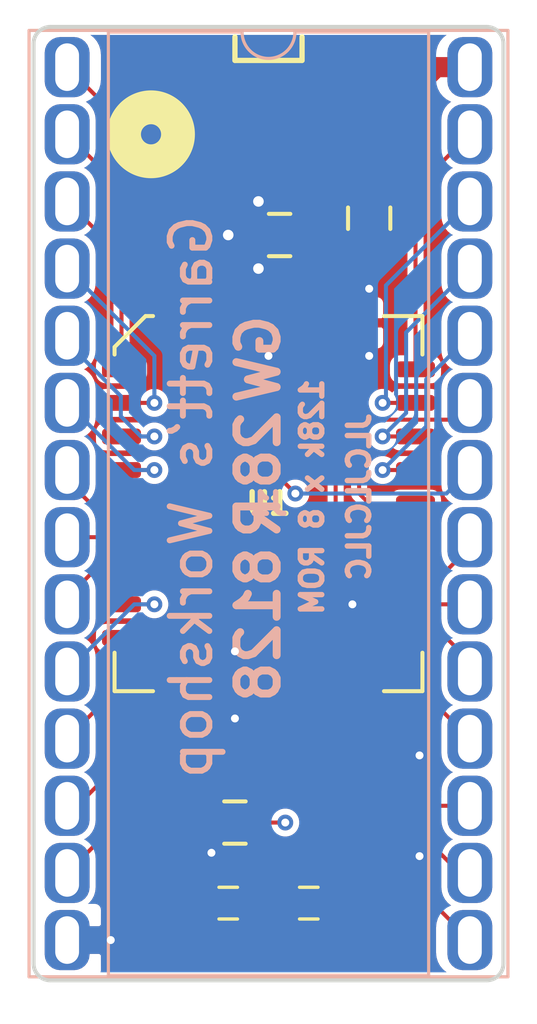
<source format=kicad_pcb>
(kicad_pcb (version 20221018) (generator pcbnew)
  (layers (0 "F.Cu" signal) (31 "B.Cu" signal) (34 "B.Paste" user) (35 "F.Paste" user) (36 "B.SilkS" user "B.Silkscreen") (37 "F.SilkS" user "F.Silkscreen") (38 "B.Mask" user) (39 "F.Mask" user) (44 "Edge.Cuts" user))
  (net 0 "")
  (net 1 "+5V")
  (net 2 "GND")
  (net 3 "/A4")
  (net 4 "/D7")
  (net 5 "/D6")
  (net 6 "/A8")
  (net 7 "/A7")
  (net 8 "/A6")
  (net 9 "/A5")
  (net 10 "/A3")
  (net 11 "/A2")
  (net 12 "/A1")
  (net 13 "/A0")
  (net 14 "/A9")
  (net 15 "/D1")
  (net 16 "/D5")
  (net 17 "/D0")
  (net 18 "/D2")
  (net 19 "/D3")
  (net 20 "/D4")
  (net 21 "/A10")
  (net 22 "/A11")
  (net 23 "/A12")
  (net 24 "/A13")
  (net 25 "/A14")
  (net 26 "/A15")
  (net 27 "/~{OE}")
  (net 28 "/A16")
  (net 29 "/~{CS}")
  (net 30 "/~{WE}")
  (footprint "stdpads:PLCC-32" (layer "F.Cu") (at 48.26 36.83)
    (fp_text reference "U1" (at 0 0) (layer "F.SilkS") (effects (font (size 0.8128 0.8128) (thickness 0.2032))))
    (fp_text value "39SF010")
    (fp_line (start -5.825 -5.922782) (end -5.825 -5.64) (stroke (width 0.1524)) (layer "F.SilkS"))
    (fp_line (start -5.825 7.095) (end -5.825 5.64) (stroke (width 0.1524)) (layer "F.SilkS"))
    (fp_line (start -4.652782 -7.095) (end -5.825 -5.922782) (stroke (width 0.1524)) (layer "F.SilkS"))
    (fp_line (start -4.37 -7.095) (end -4.652782 -7.095) (stroke (width 0.1524)) (layer "F.SilkS"))
    (fp_line (start -4.37 7.095) (end -5.825 7.095) (stroke (width 0.1524)) (layer "F.SilkS"))
    (fp_line (start 4.37 -7.095) (end 5.825 -7.095) (stroke (width 0.1524)) (layer "F.SilkS"))
    (fp_line (start 4.37 7.095) (end 5.825 7.095) (stroke (width 0.1524)) (layer "F.SilkS"))
    (fp_line (start 5.825 -7.095) (end 5.825 -5.64) (stroke (width 0.1524)) (layer "F.SilkS"))
    (fp_line (start 5.825 7.095) (end 5.825 5.64) (stroke (width 0.1524)) (layer "F.SilkS"))
    (pad "1" smd roundrect (at 0 -6.8375) (size 0.6 1.475) (layers "F.Cu" "F.Paste" "F.Mask") (net 2 "GND"))
    (pad "2" smd roundrect (at -1.27 -6.8375) (size 0.6 1.475) (layers "F.Cu" "F.Paste" "F.Mask") (net 28 "/A16"))
    (pad "3" smd roundrect (at -2.54 -6.8375) (size 0.6 1.475) (layers "F.Cu" "F.Paste" "F.Mask") (net 26 "/A15"))
    (pad "4" smd roundrect (at -3.81 -6.8375) (size 0.6 1.475) (layers "F.Cu" "F.Paste" "F.Mask") (net 23 "/A12"))
    (pad "5" smd roundrect (at -5.5625 -5.08) (size 1.475 0.6) (layers "F.Cu" "F.Paste" "F.Mask") (net 7 "/A7"))
    (pad "6" smd roundrect (at -5.5625 -3.81) (size 1.475 0.6) (layers "F.Cu" "F.Paste" "F.Mask") (net 8 "/A6"))
    (pad "7" smd roundrect (at -5.5625 -2.54) (size 1.475 0.6) (layers "F.Cu" "F.Paste" "F.Mask") (net 9 "/A5"))
    (pad "8" smd roundrect (at -5.5625 -1.27) (size 1.475 0.6) (layers "F.Cu" "F.Paste" "F.Mask") (net 3 "/A4"))
    (pad "9" smd roundrect (at -5.5625 0) (size 1.475 0.6) (layers "F.Cu" "F.Paste" "F.Mask") (net 10 "/A3"))
    (pad "10" smd roundrect (at -5.5625 1.27) (size 1.475 0.6) (layers "F.Cu" "F.Paste" "F.Mask") (net 11 "/A2"))
    (pad "11" smd roundrect (at -5.5625 2.54) (size 1.475 0.6) (layers "F.Cu" "F.Paste" "F.Mask") (net 12 "/A1"))
    (pad "12" smd roundrect (at -5.5625 3.81) (size 1.475 0.6) (layers "F.Cu" "F.Paste" "F.Mask") (net 13 "/A0"))
    (pad "13" smd roundrect (at -5.5625 5.08) (size 1.475 0.6) (layers "F.Cu" "F.Paste" "F.Mask") (net 17 "/D0"))
    (pad "14" smd roundrect (at -3.81 6.8375) (size 0.6 1.475) (layers "F.Cu" "F.Paste" "F.Mask") (net 15 "/D1"))
    (pad "15" smd roundrect (at -2.54 6.8375) (size 0.6 1.475) (layers "F.Cu" "F.Paste" "F.Mask") (net 18 "/D2"))
    (pad "16" smd roundrect (at -1.27 6.8375) (size 0.6 1.475) (layers "F.Cu" "F.Paste" "F.Mask") (net 2 "GND"))
    (pad "17" smd roundrect (at 0 6.8375) (size 0.6 1.475) (layers "F.Cu" "F.Paste" "F.Mask") (net 19 "/D3"))
    (pad "18" smd roundrect (at 1.27 6.8375) (size 0.6 1.475) (layers "F.Cu" "F.Paste" "F.Mask") (net 20 "/D4"))
    (pad "19" smd roundrect (at 2.54 6.8375) (size 0.6 1.475) (layers "F.Cu" "F.Paste" "F.Mask") (net 16 "/D5"))
    (pad "20" smd roundrect (at 3.81 6.8375) (size 0.6 1.475) (layers "F.Cu" "F.Paste" "F.Mask") (net 5 "/D6"))
    (pad "21" smd roundrect (at 5.5625 5.08) (size 1.475 0.6) (layers "F.Cu" "F.Paste" "F.Mask") (net 4 "/D7"))
    (pad "22" smd roundrect (at 5.5625 3.81) (size 1.475 0.6) (layers "F.Cu" "F.Paste" "F.Mask") (net 29 "/~{CS}"))
    (pad "23" smd roundrect (at 5.5625 2.54) (size 1.475 0.6) (layers "F.Cu" "F.Paste" "F.Mask") (net 21 "/A10"))
    (pad "24" smd roundrect (at 5.5625 1.27) (size 1.475 0.6) (layers "F.Cu" "F.Paste" "F.Mask") (net 27 "/~{OE}"))
    (pad "25" smd roundrect (at 5.5625 0) (size 1.475 0.6) (layers "F.Cu" "F.Paste" "F.Mask") (net 22 "/A11"))
    (pad "26" smd roundrect (at 5.5625 -1.27) (size 1.475 0.6) (layers "F.Cu" "F.Paste" "F.Mask") (net 14 "/A9"))
    (pad "27" smd roundrect (at 5.5625 -2.54) (size 1.475 0.6) (layers "F.Cu" "F.Paste" "F.Mask") (net 6 "/A8"))
    (pad "28" smd roundrect (at 5.5625 -3.81) (size 1.475 0.6) (layers "F.Cu" "F.Paste" "F.Mask") (net 24 "/A13"))
    (pad "29" smd roundrect (at 5.5625 -5.08) (size 1.475 0.6) (layers "F.Cu" "F.Paste" "F.Mask") (net 25 "/A14"))
    (pad "30" smd roundrect (at 3.81 -6.8375) (size 0.6 1.475) (layers "F.Cu" "F.Paste" "F.Mask") (net 2 "GND"))
    (pad "31" smd roundrect (at 2.54 -6.8375) (size 0.6 1.475) (layers "F.Cu" "F.Paste" "F.Mask") (net 30 "/~{WE}"))
    (pad "32" smd roundrect (at 1.27 -6.8375) (size 0.6 1.475) (layers "F.Cu" "F.Paste" "F.Mask") (net 1 "+5V"))
  )
  (footprint "stdpads:C_0805" (layer "F.Cu") (at 48.68 26.67 180)
    (fp_text reference "C1")
    (fp_text value "100n")
    (fp_line (start -0.4064 -0.8) (end 0.4064 -0.8) (stroke (width 0.1524)) (layer "F.SilkS"))
    (fp_line (start -0.4064 0.8) (end 0.4064 0.8) (stroke (width 0.1524)) (layer "F.SilkS"))
    (pad "1" smd roundrect (at -0.85 0 180) (size 1.05 1.4) (layers "F.Cu" "F.Paste" "F.Mask") (net 1 "+5V"))
    (pad "2" smd roundrect (at 0.85 0 180) (size 1.05 1.4) (layers "F.Cu" "F.Paste" "F.Mask") (net 2 "GND"))
  )
  (footprint "stdpads:R_0805" (layer "F.Cu") (at 46.99 48.895 180)
    (fp_text reference "R1")
    (fp_text value "22k")
    (fp_line (start -0.4064 -0.8) (end 0.4064 -0.8) (stroke (width 0.1524)) (layer "F.SilkS"))
    (fp_line (start -0.4064 0.8) (end 0.4064 0.8) (stroke (width 0.1524)) (layer "F.SilkS"))
    (pad "1" smd roundrect (at -0.95 0 180) (size 0.85 1.4) (layers "F.Cu" "F.Paste" "F.Mask") (net 27 "/~{OE}"))
    (pad "2" smd roundrect (at 0.95 0 180) (size 0.85 1.4) (layers "F.Cu" "F.Paste" "F.Mask") (net 2 "GND"))
  )
  (footprint "stdpads:R_0805" (layer "F.Cu") (at 52.07 26.035 -90)
    (fp_text reference "R2")
    (fp_text value "22k")
    (fp_line (start -0.4064 -0.8) (end 0.4064 -0.8) (stroke (width 0.1524)) (layer "F.SilkS"))
    (fp_line (start -0.4064 0.8) (end 0.4064 0.8) (stroke (width 0.1524)) (layer "F.SilkS"))
    (pad "1" smd roundrect (at -0.95 0 270) (size 0.85 1.4) (layers "F.Cu" "F.Paste" "F.Mask") (net 1 "+5V"))
    (pad "2" smd roundrect (at 0.95 0 270) (size 0.85 1.4) (layers "F.Cu" "F.Paste" "F.Mask") (net 30 "/~{WE}"))
  )
  (footprint "stdpads:DIP-28_W15.24mm_Socket_Inverse_Forked" (layer "F.Cu") (at 40.64 20.32)
    (fp_text reference "J1" hide)
    (fp_text value "Socket")
    (fp_text user "${REFERENCE}" (at 7.62 16.51) (layer "B.SilkS") (effects (font (size 0.8128 0.8128) (thickness 0.2032)) (justify mirror)))
    (fp_line (start -1.44 -1.39) (end -1.44 34.41) (stroke (width 0.12)) (layer "B.SilkS"))
    (fp_line (start -1.44 34.41) (end 16.68 34.41) (stroke (width 0.12)) (layer "B.SilkS"))
    (fp_line (start 1.56 -1.33) (end 1.56 34.35) (stroke (width 0.12)) (layer "B.SilkS"))
    (fp_line (start 1.56 34.35) (end 13.68 34.35) (stroke (width 0.12)) (layer "B.SilkS"))
    (fp_line (start 6.62 -1.33) (end 1.56 -1.33) (stroke (width 0.12)) (layer "B.SilkS"))
    (fp_line (start 13.68 -1.33) (end 8.62 -1.33) (stroke (width 0.12)) (layer "B.SilkS"))
    (fp_line (start 13.68 34.35) (end 13.68 -1.33) (stroke (width 0.12)) (layer "B.SilkS"))
    (fp_line (start 16.68 -1.39) (end -1.44 -1.39) (stroke (width 0.12)) (layer "B.SilkS"))
    (fp_line (start 16.68 34.41) (end 16.68 -1.39) (stroke (width 0.12)) (layer "B.SilkS"))
    (fp_arc (start 8.62 -1.33) (mid 7.62 -0.33) (end 6.62 -1.33) (stroke (width 0.12)) (layer "B.SilkS"))
    (pad "1" thru_hole roundrect (at 0 0) (size 1.7 2.28) (drill oval 0.9 1.8) (layers "*.Cu" "*.Mask") (roundrect_rratio 0.35) (net 26 "/A15"))
    (pad "2" thru_hole roundrect (at 0 2.54) (size 1.7 2.28) (drill oval 0.9 1.8) (layers "*.Cu" "*.Mask") (roundrect_rratio 0.35) (net 23 "/A12"))
    (pad "3" thru_hole roundrect (at 0 5.08) (size 1.7 2.28) (drill oval 0.9 1.8) (layers "*.Cu" "*.Mask") (roundrect_rratio 0.35) (net 7 "/A7"))
    (pad "4" thru_hole roundrect (at 0 7.62) (size 1.7 2.28) (drill oval 0.9 1.8) (layers "*.Cu" "*.Mask") (roundrect_rratio 0.35) (net 8 "/A6"))
    (pad "5" thru_hole roundrect (at 0 10.16) (size 1.7 2.28) (drill oval 0.9 1.8) (layers "*.Cu" "*.Mask") (roundrect_rratio 0.35) (net 9 "/A5"))
    (pad "6" thru_hole roundrect (at 0 12.7) (size 1.7 2.28) (drill oval 0.9 1.8) (layers "*.Cu" "*.Mask") (roundrect_rratio 0.35) (net 3 "/A4"))
    (pad "7" thru_hole roundrect (at 0 15.24) (size 1.7 2.28) (drill oval 0.9 1.8) (layers "*.Cu" "*.Mask") (roundrect_rratio 0.35) (net 10 "/A3"))
    (pad "8" thru_hole roundrect (at 0 17.78) (size 1.7 2.28) (drill oval 0.9 1.8) (layers "*.Cu" "*.Mask") (roundrect_rratio 0.35) (net 11 "/A2"))
    (pad "9" thru_hole roundrect (at 0 20.32) (size 1.7 2.28) (drill oval 0.9 1.8) (layers "*.Cu" "*.Mask") (roundrect_rratio 0.35) (net 12 "/A1"))
    (pad "10" thru_hole roundrect (at 0 22.86) (size 1.7 2.28) (drill oval 0.9 1.8) (layers "*.Cu" "*.Mask") (roundrect_rratio 0.35) (net 13 "/A0"))
    (pad "11" thru_hole roundrect (at 0 25.4) (size 1.7 2.28) (drill oval 0.9 1.8) (layers "*.Cu" "*.Mask") (roundrect_rratio 0.35) (net 17 "/D0"))
    (pad "12" thru_hole roundrect (at 0 27.94) (size 1.7 2.28) (drill oval 0.9 1.8) (layers "*.Cu" "*.Mask") (roundrect_rratio 0.35) (net 15 "/D1"))
    (pad "13" thru_hole roundrect (at 0 30.48) (size 1.7 2.28) (drill oval 0.9 1.8) (layers "*.Cu" "*.Mask") (roundrect_rratio 0.35) (net 18 "/D2"))
    (pad "14" thru_hole roundrect (at 0 33.02) (size 1.7 2.28) (drill oval 0.9 1.8) (layers "*.Cu" "*.Mask") (roundrect_rratio 0.35) (net 2 "GND"))
    (pad "15" thru_hole roundrect (at 15.24 33.02) (size 1.7 2.28) (drill oval 0.9 1.8) (layers "*.Cu" "*.Mask") (roundrect_rratio 0.35) (net 19 "/D3"))
    (pad "16" thru_hole roundrect (at 15.24 30.48) (size 1.7 2.28) (drill oval 0.9 1.8) (layers "*.Cu" "*.Mask") (roundrect_rratio 0.35) (net 20 "/D4"))
    (pad "17" thru_hole roundrect (at 15.24 27.94) (size 1.7 2.28) (drill oval 0.9 1.8) (layers "*.Cu" "*.Mask") (roundrect_rratio 0.35) (net 16 "/D5"))
    (pad "18" thru_hole roundrect (at 15.24 25.4) (size 1.7 2.28) (drill oval 0.9 1.8) (layers "*.Cu" "*.Mask") (roundrect_rratio 0.35) (net 5 "/D6"))
    (pad "19" thru_hole roundrect (at 15.24 22.86) (size 1.7 2.28) (drill oval 0.9 1.8) (layers "*.Cu" "*.Mask") (roundrect_rratio 0.35) (net 4 "/D7"))
    (pad "20" thru_hole roundrect (at 15.24 20.32) (size 1.7 2.28) (drill oval 0.9 1.8) (layers "*.Cu" "*.Mask") (roundrect_rratio 0.35) (net 29 "/~{CS}"))
    (pad "21" thru_hole roundrect (at 15.24 17.78) (size 1.7 2.28) (drill oval 0.9 1.8) (layers "*.Cu" "*.Mask") (roundrect_rratio 0.35) (net 21 "/A10"))
    (pad "22" thru_hole roundrect (at 15.24 15.24) (size 1.7 2.28) (drill oval 0.9 1.8) (layers "*.Cu" "*.Mask") (roundrect_rratio 0.35) (net 28 "/A16"))
    (pad "23" thru_hole roundrect (at 15.24 12.7) (size 1.7 2.28) (drill oval 0.9 1.8) (layers "*.Cu" "*.Mask") (roundrect_rratio 0.35) (net 22 "/A11"))
    (pad "24" thru_hole roundrect (at 15.24 10.16) (size 1.7 2.28) (drill oval 0.9 1.8) (layers "*.Cu" "*.Mask") (roundrect_rratio 0.35) (net 14 "/A9"))
    (pad "25" thru_hole roundrect (at 15.24 7.62) (size 1.7 2.28) (drill oval 0.9 1.8) (layers "*.Cu" "*.Mask") (roundrect_rratio 0.35) (net 6 "/A8"))
    (pad "26" thru_hole roundrect (at 15.24 5.08) (size 1.7 2.28) (drill oval 0.9 1.8) (layers "*.Cu" "*.Mask") (roundrect_rratio 0.35) (net 24 "/A13"))
    (pad "27" thru_hole roundrect (at 15.24 2.54) (size 1.7 2.28) (drill oval 0.9 1.8) (layers "*.Cu" "*.Mask") (roundrect_rratio 0.35) (net 25 "/A14"))
    (pad "28" thru_hole roundrect (at 15.24 0) (size 1.7 2.28) (drill oval 0.9 1.8) (layers "*.Cu" "*.Mask") (roundrect_rratio 0.35) (net 1 "+5V"))
  )
  (footprint "stdpads:Tyco_RCU_0603_Paste" (layer "F.Cu") (at 49.784 51.943)
    (fp_text reference "TP1")
    (fp_text value "~{OE}")
    (fp_line (start -0.35 -0.6) (end 0.35 -0.6) (stroke (width 0.127)) (layer "F.SilkS"))
    (fp_line (start 0.35 0.6) (end -0.35 0.6) (stroke (width 0.127)) (layer "F.SilkS"))
    (pad "1" smd roundrect (at 0 0) (size 1.7 0.9) (layers "F.Cu" "F.Paste" "F.Mask") (net 27 "/~{OE}"))
  )
  (footprint "stdpads:Tyco_RCU_0603_Paste" (layer "F.Cu") (at 46.736 51.943)
    (fp_text reference "TP2")
    (fp_text value "~{WE}")
    (fp_line (start -0.35 -0.6) (end 0.35 -0.6) (stroke (width 0.127)) (layer "F.SilkS"))
    (fp_line (start 0.35 0.6) (end -0.35 0.6) (stroke (width 0.127)) (layer "F.SilkS"))
    (pad "1" smd roundrect (at 0 0) (size 1.7 0.9) (layers "F.Cu" "F.Paste" "F.Mask") (net 30 "/~{WE}"))
  )
  (gr_line (start 46.99 20.066) (end 49.53 20.066) (stroke (width 0.2)) (layer "F.SilkS"))
  (gr_line (start 49.53 20.066) (end 49.53 19.177) (stroke (width 0.2)) (layer "F.SilkS"))
  (gr_line (start 46.99 19.177) (end 46.99 20.066) (stroke (width 0.2)) (layer "F.SilkS"))
  (gr_circle (center 43.815 22.86) (end 44.196 22.86) (stroke (width 1.28)) (fill none) (layer "F.SilkS"))
  (gr_arc (start 39.37 19.431) (mid 39.555987 18.981987) (end 40.005 18.796) (stroke (width 0.15)) (layer "Edge.Cuts"))
  (gr_line (start 39.37 54.229) (end 39.37 19.431) (stroke (width 0.15)) (layer "Edge.Cuts"))
  (gr_arc (start 56.515 18.796) (mid 56.964013 18.981987) (end 57.15 19.431) (stroke (width 0.15)) (layer "Edge.Cuts"))
  (gr_arc (start 57.15 54.229) (mid 56.964013 54.678013) (end 56.515 54.864) (stroke (width 0.15)) (layer "Edge.Cuts"))
  (gr_arc (start 40.005 54.864) (mid 39.555987 54.678013) (end 39.37 54.229) (stroke (width 0.15)) (layer "Edge.Cuts"))
  (gr_line (start 56.515 54.864) (end 40.005 54.864) (stroke (width 0.15)) (layer "Edge.Cuts"))
  (gr_line (start 40.005 18.796) (end 56.515 18.796) (stroke (width 0.15)) (layer "Edge.Cuts"))
  (gr_line (start 57.15 19.431) (end 57.15 54.229) (stroke (width 0.15)) (layer "Edge.Cuts"))
  (gr_text "Garrett’s Workshop" (at 45.339 36.576 90) (layer "B.SilkS") (effects (font (size 1.5 1.5) (thickness 0.225)) (justify mirror)))
  (gr_text "GW" (at 47.879 31.369 90) (layer "B.SilkS") (effects (font (size 1.524 1.524) (thickness 0.3)) (justify mirror)))
  (gr_text "28" (at 47.879 34.798 90) (layer "B.SilkS") (effects (font (size 1.524 1.524) (thickness 0.3)) (justify mirror)))
  (gr_text "R" (at 47.879 37.338 90) (layer "B.SilkS") (effects (font (size 1.524 1.524) (thickness 0.3)) (justify mirror)))
  (gr_text "8128" (at 47.879 41.402 90) (layer "B.SilkS") (effects (font (size 1.524 1.524) (thickness 0.3)) (justify mirror)))
  (gr_text "128k x 8 ROM" (at 49.911 36.576 90) (layer "B.SilkS") (effects (font (size 0.8128 0.8128) (thickness 0.2032)) (justify mirror)))
  (gr_text "JLCJLCJLC" (at 51.689 36.576 90) (layer "B.SilkS") (effects (font (size 0.8128 0.8128) (thickness 0.2032)) (justify mirror)))
  (segment (start 51.7525 23.6855) (end 52.07 24.003) (width 0.762) (layer "F.Cu") (net 1))
  (segment (start 51.2445 23.6855) (end 52.07 22.86) (width 0.762) (layer "F.Cu") (net 1))
  (segment (start 49.53 29.9925) (end 49.53 26.67) (width 0.508) (layer "F.Cu") (net 1))
  (segment (start 52.07 25.085) (end 52.07 24.003) (width 0.762) (layer "F.Cu") (net 1))
  (segment (start 54.61 20.32) (end 52.07 22.86) (width 0.762) (layer "F.Cu") (net 1))
  (segment (start 54.61 20.32) (end 55.88 20.32) (width 0.762) (layer "F.Cu") (net 1))
  (segment (start 49.53 26.67) (end 49.53 25.4) (width 0.762) (layer "F.Cu") (net 1))
  (segment (start 49.53 25.4) (end 51.2445 23.6855) (width 0.762) (layer "F.Cu") (net 1))
  (segment (start 52.07 23.495) (end 52.07 22.86) (width 0.762) (layer "F.Cu") (net 1))
  (segment (start 52.07 24.003) (end 52.07 23.495) (width 0.762) (layer "F.Cu") (net 1))
  (segment (start 51.2445 23.6855) (end 51.7525 23.6855) (width 0.762) (layer "F.Cu") (net 1))
  (segment (start 46.04 48.895) (end 46.04 49.977) (width 0.1524) (layer "F.Cu") (net 2))
  (segment (start 46.99 43.6675) (end 46.99 42.418) (width 0.508) (layer "F.Cu") (net 2))
  (segment (start 46.04 49.977) (end 46.101 50.038) (width 0.1524) (layer "F.Cu") (net 2))
  (segment (start 47.83 25.449) (end 47.879 25.4) (width 0.762) (layer "F.Cu") (net 2))
  (segment (start 48.26 29.9925) (end 48.26 31.242) (width 0.508) (layer "F.Cu") (net 2))
  (segment (start 52.07 29.9925) (end 52.07 28.702) (width 0.508) (layer "F.Cu") (net 2))
  (segment (start 47.83 27.891) (end 47.879 27.94) (width 0.762) (layer "F.Cu") (net 2))
  (segment (start 47.83 26.67) (end 47.83 27.891) (width 0.762) (layer "F.Cu") (net 2))
  (segment (start 46.99 43.6675) (end 46.99 44.958) (width 0.508) (layer "F.Cu") (net 2))
  (segment (start 47.83 26.67) (end 47.83 25.449) (width 0.762) (layer "F.Cu") (net 2))
  (segment (start 52.07 29.9925) (end 52.07 31.242) (width 0.508) (layer "F.Cu") (net 2))
  (segment (start 47.83 26.67) (end 46.736 26.67) (width 0.762) (layer "F.Cu") (net 2))
  (via (at 53.975 50.165) (size 0.6) (drill 0.3) (layers "F.Cu" "B.Cu") (net 2))
  (via (at 53.975 46.355) (size 0.6) (drill 0.3) (layers "F.Cu" "B.Cu") (net 2))
  (via (at 51.435 40.64) (size 0.6) (drill 0.3) (layers "F.Cu" "B.Cu") (net 2))
  (via (at 42.291 53.34) (size 0.6) (drill 0.3) (layers "F.Cu" "B.Cu") (net 2))
  (via (at 46.99 44.958) (size 0.6) (drill 0.3) (layers "F.Cu" "B.Cu") (net 2))
  (via (at 52.07 31.242) (size 0.6) (drill 0.3) (layers "F.Cu" "B.Cu") (net 2))
  (via (at 47.879 25.4) (size 0.8) (drill 0.4) (layers "F.Cu" "B.Cu") (net 2))
  (via (at 46.101 50.038) (size 0.6) (drill 0.3) (layers "F.Cu" "B.Cu") (net 2))
  (via (at 46.736 26.67) (size 0.8) (drill 0.4) (layers "F.Cu" "B.Cu") (net 2))
  (via (at 48.26 31.242) (size 0.6) (drill 0.3) (layers "F.Cu" "B.Cu") (net 2))
  (via (at 46.99 42.418) (size 0.6) (drill 0.3) (layers "F.Cu" "B.Cu") (net 2))
  (via (at 52.07 28.702) (size 0.6) (drill 0.3) (layers "F.Cu" "B.Cu") (net 2))
  (via (at 47.879 27.94) (size 0.8) (drill 0.4) (layers "F.Cu" "B.Cu") (net 2))
  (segment (start 42.6975 35.56) (end 43.942 35.56) (width 0.1524) (layer "F.Cu") (net 3))
  (via (at 43.942 35.56) (size 0.6) (drill 0.3) (layers "F.Cu" "B.Cu") (net 3))
  (segment (start 43.18 35.56) (end 43.942 35.56) (width 0.1524) (layer "B.Cu") (net 3))
  (segment (start 40.64 33.02) (end 43.18 35.56) (width 0.1524) (layer "B.Cu") (net 3))
  (segment (start 54.991 41.91) (end 55.88 42.799) (width 0.1524) (layer "F.Cu") (net 4))
  (segment (start 55.88 42.799) (end 55.88 43.18) (width 0.1524) (layer "F.Cu") (net 4))
  (segment (start 53.8225 41.91) (end 54.991 41.91) (width 0.1524) (layer "F.Cu") (net 4))
  (segment (start 52.07 43.6675) (end 53.8275 43.6675) (width 0.1524) (layer "F.Cu") (net 5))
  (segment (start 53.8275 43.6675) (end 55.88 45.72) (width 0.1524) (layer "F.Cu") (net 5))
  (segment (start 53.8225 34.29) (end 52.578 34.29) (width 0.1524) (layer "F.Cu") (net 6))
  (via (at 52.578 34.29) (size 0.6) (drill 0.3) (layers "F.Cu" "B.Cu") (net 6))
  (segment (start 53.467 33.401) (end 53.467 30.353) (width 0.1524) (layer "B.Cu") (net 6))
  (segment (start 52.578 34.29) (end 53.467 33.401) (width 0.1524) (layer "B.Cu") (net 6))
  (segment (start 53.467 30.353) (end 55.88 27.94) (width 0.1524) (layer "B.Cu") (net 6))
  (segment (start 42.6975 31.75) (end 42.6975 27.4575) (width 0.1524) (layer "F.Cu") (net 7))
  (segment (start 42.6975 27.4575) (end 40.64 25.4) (width 0.1524) (layer "F.Cu") (net 7))
  (segment (start 42.6975 33.02) (end 43.942 33.02) (width 0.1524) (layer "F.Cu") (net 8))
  (via (at 43.942 33.02) (size 0.6) (drill 0.3) (layers "F.Cu" "B.Cu") (net 8))
  (segment (start 43.942 31.242) (end 43.942 33.02) (width 0.1524) (layer "B.Cu") (net 8))
  (segment (start 40.64 27.94) (end 43.942 31.242) (width 0.1524) (layer "B.Cu") (net 8))
  (segment (start 42.6975 34.29) (end 43.942 34.29) (width 0.1524) (layer "F.Cu") (net 9))
  (via (at 43.942 34.29) (size 0.6) (drill 0.3) (layers "F.Cu" "B.Cu") (net 9))
  (segment (start 42.672 32.766) (end 42.672 33.528) (width 0.1524) (layer "B.Cu") (net 9))
  (segment (start 42.672 33.528) (end 43.434 34.29) (width 0.1524) (layer "B.Cu") (net 9))
  (segment (start 43.434 34.29) (end 43.942 34.29) (width 0.1524) (layer "B.Cu") (net 9))
  (segment (start 40.64 30.48) (end 40.64 30.734) (width 0.1524) (layer "B.Cu") (net 9))
  (segment (start 40.64 30.734) (end 42.672 32.766) (width 0.1524) (layer "B.Cu") (net 9))
  (segment (start 42.6975 36.83) (end 41.529 36.83) (width 0.1524) (layer "F.Cu") (net 10))
  (segment (start 40.64 35.941) (end 40.64 35.56) (width 0.1524) (layer "F.Cu") (net 10))
  (segment (start 41.529 36.83) (end 40.64 35.941) (width 0.1524) (layer "F.Cu") (net 10))
  (segment (start 40.64 38.1) (end 42.6975 38.1) (width 0.1524) (layer "F.Cu") (net 11))
  (segment (start 42.6975 39.37) (end 41.656 39.37) (width 0.1524) (layer "F.Cu") (net 12))
  (segment (start 41.656 39.37) (end 40.64 40.386) (width 0.1524) (layer "F.Cu") (net 12))
  (segment (start 40.64 40.386) (end 40.64 40.64) (width 0.1524) (layer "F.Cu") (net 12))
  (segment (start 42.6975 40.64) (end 43.942 40.64) (width 0.1524) (layer "F.Cu") (net 13))
  (via (at 43.942 40.64) (size 0.6) (drill 0.3) (layers "F.Cu" "B.Cu") (net 13))
  (segment (start 43.942 40.64) (end 43.18 40.64) (width 0.1524) (layer "B.Cu") (net 13))
  (segment (start 43.18 40.64) (end 40.64 43.18) (width 0.1524) (layer "B.Cu") (net 13))
  (segment (start 53.8225 35.56) (end 52.578 35.56) (width 0.1524) (layer "F.Cu") (net 14))
  (via (at 52.578 35.56) (size 0.6) (drill 0.3) (layers "F.Cu" "B.Cu") (net 14))
  (segment (start 52.578 35.56) (end 54.229 33.909) (width 0.1524) (layer "B.Cu") (net 14))
  (segment (start 54.229 33.909) (end 54.229 32.131) (width 0.1524) (layer "B.Cu") (net 14))
  (segment (start 54.229 32.131) (end 55.88 30.48) (width 0.1524) (layer "B.Cu") (net 14))
  (segment (start 41.021 48.26) (end 44.45 44.831) (width 0.1524) (layer "F.Cu") (net 15))
  (segment (start 44.45 44.831) (end 44.45 43.6675) (width 0.1524) (layer "F.Cu") (net 15))
  (segment (start 40.64 48.26) (end 41.021 48.26) (width 0.1524) (layer "F.Cu") (net 15))
  (segment (start 50.8 44.831) (end 54.229 48.26) (width 0.1524) (layer "F.Cu") (net 16))
  (segment (start 50.8 43.6675) (end 50.8 44.831) (width 0.1524) (layer "F.Cu") (net 16))
  (segment (start 54.229 48.26) (end 55.88 48.26) (width 0.1524) (layer "F.Cu") (net 16))
  (segment (start 42.6975 43.6625) (end 40.64 45.72) (width 0.1524) (layer "F.Cu") (net 17))
  (segment (start 42.6975 41.91) (end 42.6975 43.6625) (width 0.1524) (layer "F.Cu") (net 17))
  (segment (start 45.72 45.72) (end 45.72 43.6675) (width 0.1524) (layer "F.Cu") (net 18))
  (segment (start 40.64 50.8) (end 45.72 45.72) (width 0.1524) (layer "F.Cu") (net 18))
  (segment (start 48.26 45.72) (end 55.88 53.34) (width 0.1524) (layer "F.Cu") (net 19))
  (segment (start 48.26 43.6675) (end 48.26 45.72) (width 0.1524) (layer "F.Cu") (net 19))
  (segment (start 49.53 44.831) (end 55.499 50.8) (width 0.1524) (layer "F.Cu") (net 20))
  (segment (start 49.53 43.6675) (end 49.53 44.831) (width 0.1524) (layer "F.Cu") (net 20))
  (segment (start 55.499 50.8) (end 55.88 50.8) (width 0.1524) (layer "F.Cu") (net 20))
  (segment (start 54.991 39.37) (end 55.88 38.481) (width 0.1524) (layer "F.Cu") (net 21))
  (segment (start 53.8225 39.37) (end 54.991 39.37) (width 0.1524) (layer "F.Cu") (net 21))
  (segment (start 55.88 38.481) (end 55.88 38.1) (width 0.1524) (layer "F.Cu") (net 21))
  (segment (start 55.245 33.655) (end 52.07 33.655) (width 0.1524) (layer "F.Cu") (net 22))
  (segment (start 52.07 36.83) (end 53.8225 36.83) (width 0.1524) (layer "F.Cu") (net 22))
  (segment (start 51.689 34.036) (end 51.689 36.449) (width 0.1524) (layer "F.Cu") (net 22))
  (segment (start 55.88 33.02) (end 55.245 33.655) (width 0.1524) (layer "F.Cu") (net 22))
  (segment (start 52.07 33.655) (end 51.689 34.036) (width 0.1524) (layer "F.Cu") (net 22))
  (segment (start 51.689 36.449) (end 52.07 36.83) (width 0.1524) (layer "F.Cu") (net 22))
  (segment (start 44.45 29.9925) (end 44.45 26.67) (width 0.1524) (layer "F.Cu") (net 23))
  (segment (start 44.45 26.67) (end 40.64 22.86) (width 0.1524) (layer "F.Cu") (net 23))
  (segment (start 53.8225 33.02) (end 52.578 33.02) (width 0.1524) (layer "F.Cu") (net 24))
  (via (at 52.578 33.02) (size 0.6) (drill 0.3) (layers "F.Cu" "B.Cu") (net 24))
  (segment (start 52.705 32.893) (end 52.705 28.575) (width 0.1524) (layer "B.Cu") (net 24))
  (segment (start 52.578 33.02) (end 52.705 32.893) (width 0.1524) (layer "B.Cu") (net 24))
  (segment (start 52.705 28.575) (end 55.88 25.4) (width 0.1524) (layer "B.Cu") (net 24))
  (segment (start 53.8225 24.9175) (end 55.88 22.86) (width 0.1524) (layer "F.Cu") (net 25))
  (segment (start 53.8225 31.75) (end 53.8225 24.9175) (width 0.1524) (layer "F.Cu") (net 25))
  (segment (start 45.72 29.9925) (end 45.72 25.4) (width 0.1524) (layer "F.Cu") (net 26))
  (segment (start 45.72 25.4) (end 40.64 20.32) (width 0.1524) (layer "F.Cu") (net 26))
  (segment (start 49.784 51.943) (end 49.784 51.054) (width 0.1524) (layer "F.Cu") (net 27))
  (segment (start 47.94 47.686) (end 47.625 47.371) (width 0.1524) (layer "F.Cu") (net 27))
  (segment (start 52.07 38.1) (end 53.8225 38.1) (width 0.1524) (layer "F.Cu") (net 27))
  (segment (start 48.387 50.546) (end 47.94 50.099) (width 0.1524) (layer "F.Cu") (net 27))
  (segment (start 47.94 48.895) (end 47.94 47.686) (width 0.1524) (layer "F.Cu") (net 27))
  (segment (start 47.94 48.895) (end 48.895 48.895) (width 0.1524) (layer "F.Cu") (net 27))
  (segment (start 49.276 50.546) (end 48.387 50.546) (width 0.1524) (layer "F.Cu") (net 27))
  (segment (start 49.784 51.054) (end 49.276 50.546) (width 0.1524) (layer "F.Cu") (net 27))
  (segment (start 47.94 50.099) (end 47.94 48.895) (width 0.1524) (layer "F.Cu") (net 27))
  (segment (start 47.625 42.545) (end 52.07 38.1) (width 0.1524) (layer "F.Cu") (net 27))
  (segment (start 47.625 47.371) (end 47.625 42.545) (width 0.1524) (layer "F.Cu") (net 27))
  (via (at 48.895 48.895) (size 0.6) (drill 0.3) (layers "F.Cu" "B.Cu") (net 27))
  (segment (start 46.99 34.163) (end 46.99 29.9925) (width 0.1524) (layer "F.Cu") (net 28))
  (segment (start 49.276 36.449) (end 46.99 34.163) (width 0.1524) (layer "F.Cu") (net 28))
  (via (at 49.276 36.449) (size 0.6) (drill 0.3) (layers "F.Cu" "B.Cu") (net 28))
  (segment (start 49.276 36.449) (end 54.991 36.449) (width 0.1524) (layer "B.Cu") (net 28))
  (segment (start 54.991 36.449) (end 55.88 35.56) (width 0.1524) (layer "B.Cu") (net 28))
  (segment (start 53.8225 40.64) (end 55.88 40.64) (width 0.1524) (layer "F.Cu") (net 29))
  (segment (start 52.07 27.813) (end 51.689 28.194) (width 0.1524) (layer "F.Cu") (net 30))
  (segment (start 46.736 51.943) (end 45.466 51.943) (width 0.1524) (layer "F.Cu") (net 30))
  (segment (start 44.958 47.498) (end 46.355 46.101) (width 0.1524) (layer "F.Cu") (net 30))
  (segment (start 46.355 42.291) (end 50.8 37.846) (width 0.1524) (layer "F.Cu") (net 30))
  (segment (start 50.8 31.115) (end 50.8 29.9925) (width 0.1524) (layer "F.Cu") (net 30))
  (segment (start 51.181 28.194) (end 50.8 28.575) (width 0.1524) (layer "F.Cu") (net 30))
  (segment (start 51.689 28.194) (end 51.181 28.194) (width 0.1524) (layer "F.Cu") (net 30))
  (segment (start 44.958 51.435) (end 44.958 47.498) (width 0.1524) (layer "F.Cu") (net 30))
  (segment (start 50.8 28.575) (end 50.8 29.9925) (width 0.1524) (layer "F.Cu") (net 30))
  (segment (start 46.355 46.101) (end 46.355 42.291) (width 0.1524) (layer "F.Cu") (net 30))
  (segment (start 50.8 37.846) (end 50.8 31.115) (width 0.1524) (layer "F.Cu") (net 30))
  (segment (start 52.07 26.985) (end 52.07 27.813) (width 0.1524) (layer "F.Cu") (net 30))
  (segment (start 45.466 51.943) (end 44.958 51.435) (width 0.1524) (layer "F.Cu") (net 30))
  (zone (net 2) (net_name "GND") (layer "F.Cu") (connect_pads (clearance 0.1524)) (min_thickness 0.1524) (fill yes (thermal_gap 0.1524) (thermal_bridge_width 0.5))
    (polygon (pts (xy 58.42 55.88) (xy 58.42 17.78) (xy 38.1 17.78) (xy 38.1 55.88)))
  )
  (zone (net 2) (net_name "GND") (layer "B.Cu") (connect_pads (clearance 0.1524)) (min_thickness 0.1524) (fill yes (thermal_gap 0.1524) (thermal_bridge_width 0.5))
    (polygon (pts (xy 58.42 55.88) (xy 58.42 17.78) (xy 38.1 17.78) (xy 38.1 55.88)))
  )
)
</source>
